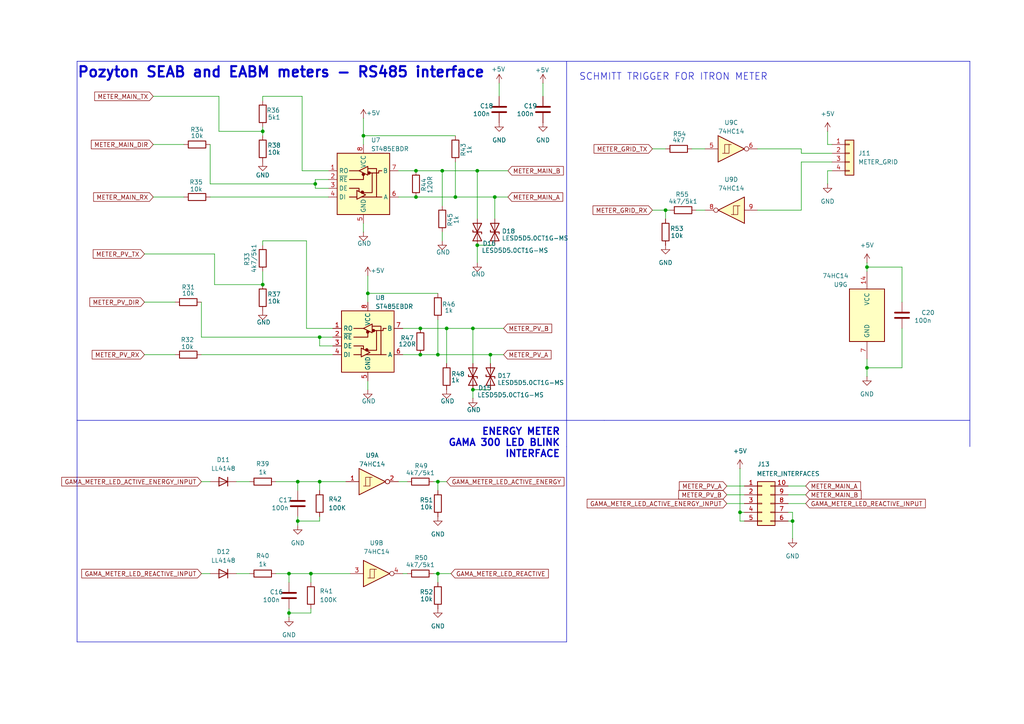
<source format=kicad_sch>
(kicad_sch (version 20231120) (generator "eeschema") (generator_version "8.0")
  (paper "A4")
  (lib_symbols
    (symbol "74xx:74HC14" (pin_names (offset 1.016))
      (property "Reference" "U" (at 0 1.27 0))
      (property "Value" "74HC14" (at 0 -1.27 0))
      (symbol "74HC14_1_0"
        (polyline (pts (xy -3.81 3.81) (xy -3.81 -3.81) (xy 3.81 0) (xy -3.81 3.81)) (stroke (width 0.254)) (fill (type background)))
        (pin input line (at -7.62 0 0) (length 3.81) (name "~") (number "1"))
        (pin output inverted (at 7.62 0 180) (length 3.81) (name "~") (number "2"))
      )
      (symbol "74HC14_1_1"
        (polyline (pts (xy -1.905 -1.27) (xy -1.905 1.27) (xy -0.635 1.27)))
        (polyline (pts (xy -2.54 -1.27) (xy -0.635 -1.27) (xy -0.635 1.27) (xy 0 1.27)))
      )
      (symbol "74HC14_2_0"
        (polyline (pts (xy -3.81 3.81) (xy -3.81 -3.81) (xy 3.81 0) (xy -3.81 3.81)) (stroke (width 0.254)) (fill (type background)))
        (pin input line (at -7.62 0 0) (length 3.81) (name "~") (number "3"))
        (pin output inverted (at 7.62 0 180) (length 3.81) (name "~") (number "4"))
      )
      (symbol "74HC14_2_1"
        (polyline (pts (xy -1.905 -1.27) (xy -1.905 1.27) (xy -0.635 1.27)))
        (polyline (pts (xy -2.54 -1.27) (xy -0.635 -1.27) (xy -0.635 1.27) (xy 0 1.27)))
      )
      (symbol "74HC14_3_0"
        (polyline (pts (xy -3.81 3.81) (xy -3.81 -3.81) (xy 3.81 0) (xy -3.81 3.81)) (stroke (width 0.254)) (fill (type background)))
        (pin input line (at -7.62 0 0) (length 3.81) (name "~") (number "5"))
        (pin output inverted (at 7.62 0 180) (length 3.81) (name "~") (number "6"))
      )
      (symbol "74HC14_3_1"
        (polyline (pts (xy -1.905 -1.27) (xy -1.905 1.27) (xy -0.635 1.27)))
        (polyline (pts (xy -2.54 -1.27) (xy -0.635 -1.27) (xy -0.635 1.27) (xy 0 1.27)))
      )
      (symbol "74HC14_4_0"
        (polyline (pts (xy -3.81 3.81) (xy -3.81 -3.81) (xy 3.81 0) (xy -3.81 3.81)) (stroke (width 0.254)) (fill (type background)))
        (pin output inverted (at 7.62 0 180) (length 3.81) (name "~") (number "8"))
        (pin input line (at -7.62 0 0) (length 3.81) (name "~") (number "9"))
      )
      (symbol "74HC14_4_1"
        (polyline (pts (xy -1.905 -1.27) (xy -1.905 1.27) (xy -0.635 1.27)))
        (polyline (pts (xy -2.54 -1.27) (xy -0.635 -1.27) (xy -0.635 1.27) (xy 0 1.27)))
      )
      (symbol "74HC14_5_0"
        (polyline (pts (xy -3.81 3.81) (xy -3.81 -3.81) (xy 3.81 0) (xy -3.81 3.81)) (stroke (width 0.254)) (fill (type background)))
        (pin output inverted (at 7.62 0 180) (length 3.81) (name "~") (number "10"))
        (pin input line (at -7.62 0 0) (length 3.81) (name "~") (number "11"))
      )
      (symbol "74HC14_5_1"
        (polyline (pts (xy -1.905 -1.27) (xy -1.905 1.27) (xy -0.635 1.27)))
        (polyline (pts (xy -2.54 -1.27) (xy -0.635 -1.27) (xy -0.635 1.27) (xy 0 1.27)))
      )
      (symbol "74HC14_6_0"
        (polyline (pts (xy -3.81 3.81) (xy -3.81 -3.81) (xy 3.81 0) (xy -3.81 3.81)) (stroke (width 0.254)) (fill (type background)))
        (pin output inverted (at 7.62 0 180) (length 3.81) (name "~") (number "12"))
        (pin input line (at -7.62 0 0) (length 3.81) (name "~") (number "13"))
      )
      (symbol "74HC14_6_1"
        (polyline (pts (xy -1.905 -1.27) (xy -1.905 1.27) (xy -0.635 1.27)))
        (polyline (pts (xy -2.54 -1.27) (xy -0.635 -1.27) (xy -0.635 1.27) (xy 0 1.27)))
      )
      (symbol "74HC14_7_0"
        (pin power_in line (at 0 12.7 270) (length 5.08) (name "VCC") (number "14"))
        (pin power_in line (at 0 -12.7 90) (length 5.08) (name "GND") (number "7"))
      )
      (symbol "74HC14_7_1"
        (rectangle (start -5.08 7.62) (end 5.08 -7.62) (stroke (width 0.254)) (fill (type background)))
      )
    )
    (symbol "Connector_Generic:Conn_01x04" (pin_names (offset 1.016) hide)
      (property "Reference" "J" (at 0 5.08 0))
      (property "Value" "Conn_01x04" (at 0 -7.62 0))
      (symbol "Conn_01x04_1_1"
        (rectangle (start -1.27 -4.953) (end 0 -5.207) (stroke (width 0.1524)))
        (rectangle (start -1.27 -2.413) (end 0 -2.667) (stroke (width 0.1524)))
        (rectangle (start -1.27 0.127) (end 0 -0.127) (stroke (width 0.1524)))
        (rectangle (start -1.27 2.667) (end 0 2.413) (stroke (width 0.1524)))
        (rectangle (start -1.27 3.81) (end 1.27 -6.35) (stroke (width 0.254)) (fill (type background)))
        (pin passive line (at -5.08 2.54 0) (length 3.81) (name "Pin_1") (number "1"))
        (pin passive line (at -5.08 0 0) (length 3.81) (name "Pin_2") (number "2"))
        (pin passive line (at -5.08 -2.54 0) (length 3.81) (name "Pin_3") (number "3"))
        (pin passive line (at -5.08 -5.08 0) (length 3.81) (name "Pin_4") (number "4"))
      )
    )
    (symbol "Connector_Generic:Conn_02x05_Counter_Clockwise" (pin_names (offset 1.016) hide)
      (property "Reference" "J" (at 1.27 7.62 0))
      (property "Value" "Conn_02x05_Counter_Clockwise" (at 1.27 -7.62 0))
      (symbol "Conn_02x05_Counter_Clockwise_1_1"
        (rectangle (start -1.27 -4.953) (end 0 -5.207) (stroke (width 0.1524)))
        (rectangle (start -1.27 -2.413) (end 0 -2.667) (stroke (width 0.1524)))
        (rectangle (start -1.27 0.127) (end 0 -0.127) (stroke (width 0.1524)))
        (rectangle (start -1.27 2.667) (end 0 2.413) (stroke (width 0.1524)))
        (rectangle (start -1.27 5.207) (end 0 4.953) (stroke (width 0.1524)))
        (rectangle (start -1.27 6.35) (end 3.81 -6.35) (stroke (width 0.254)) (fill (type background)))
        (rectangle (start 3.81 -4.953) (end 2.54 -5.207) (stroke (width 0.1524)))
        (rectangle (start 3.81 -2.413) (end 2.54 -2.667) (stroke (width 0.1524)))
        (rectangle (start 3.81 0.127) (end 2.54 -0.127) (stroke (width 0.1524)))
        (rectangle (start 3.81 2.667) (end 2.54 2.413) (stroke (width 0.1524)))
        (rectangle (start 3.81 5.207) (end 2.54 4.953) (stroke (width 0.1524)))
        (pin passive line (at -5.08 5.08 0) (length 3.81) (name "Pin_1") (number "1"))
        (pin passive line (at 7.62 5.08 180) (length 3.81) (name "Pin_10") (number "10"))
        (pin passive line (at -5.08 2.54 0) (length 3.81) (name "Pin_2") (number "2"))
        (pin passive line (at -5.08 0 0) (length 3.81) (name "Pin_3") (number "3"))
        (pin passive line (at -5.08 -2.54 0) (length 3.81) (name "Pin_4") (number "4"))
        (pin passive line (at -5.08 -5.08 0) (length 3.81) (name "Pin_5") (number "5"))
        (pin passive line (at 7.62 -5.08 180) (length 3.81) (name "Pin_6") (number "6"))
        (pin passive line (at 7.62 -2.54 180) (length 3.81) (name "Pin_7") (number "7"))
        (pin passive line (at 7.62 0 180) (length 3.81) (name "Pin_8") (number "8"))
        (pin passive line (at 7.62 2.54 180) (length 3.81) (name "Pin_9") (number "9"))
      )
    )
    (symbol "Device:C" (pin_numbers hide) (pin_names (offset 0.254))
      (property "Reference" "C" (at 0.635 2.54 0))
      (property "Value" "C" (at 0.635 -2.54 0))
      (symbol "C_0_1"
        (polyline (pts (xy -2.032 -0.762) (xy 2.032 -0.762)) (stroke (width 0.508)))
        (polyline (pts (xy -2.032 0.762) (xy 2.032 0.762)) (stroke (width 0.508)))
      )
      (symbol "C_1_1"
        (pin passive line (at 0 3.81 270) (length 2.794) (name "~") (number "1"))
        (pin passive line (at 0 -3.81 90) (length 2.794) (name "~") (number "2"))
      )
    )
    (symbol "Device:D_TVS" (pin_numbers hide) (pin_names (offset 1.016) hide)
      (property "Reference" "D" (at 0 2.54 0))
      (property "Value" "D_TVS" (at 0 -2.54 0))
      (symbol "D_TVS_0_1"
        (polyline (pts (xy 1.27 0) (xy -1.27 0)))
        (polyline (pts (xy 0.508 1.27) (xy 0 1.27) (xy 0 -1.27) (xy -0.508 -1.27)) (stroke (width 0.254)))
        (polyline (pts (xy -2.54 1.27) (xy -2.54 -1.27) (xy 2.54 1.27) (xy 2.54 -1.27) (xy -2.54 1.27)) (stroke (width 0.254)))
      )
      (symbol "D_TVS_1_1"
        (pin passive line (at -3.81 0 0) (length 2.54) (name "A1") (number "1"))
        (pin passive line (at 3.81 0 180) (length 2.54) (name "A2") (number "2"))
      )
    )
    (symbol "Device:R" (pin_numbers hide) (pin_names (offset 0))
      (property "Reference" "R" (at 2.032 0 90))
      (property "Value" "R" (at 0 0 90))
      (symbol "R_0_1"
        (rectangle (start -1.016 -2.54) (end 1.016 2.54) (stroke (width 0.254)))
      )
      (symbol "R_1_1"
        (pin passive line (at 0 3.81 270) (length 1.27) (name "~") (number "1"))
        (pin passive line (at 0 -3.81 90) (length 1.27) (name "~") (number "2"))
      )
    )
    (symbol "Diode:LL4148" (pin_numbers hide) (pin_names hide)
      (property "Reference" "D" (at 0 2.54 0))
      (property "Value" "LL4148" (at 0 -2.54 0))
      (symbol "LL4148_0_1"
        (polyline (pts (xy -1.27 1.27) (xy -1.27 -1.27)) (stroke (width 0.254)))
        (polyline (pts (xy 1.27 0) (xy -1.27 0)))
        (polyline (pts (xy 1.27 1.27) (xy 1.27 -1.27) (xy -1.27 0) (xy 1.27 1.27)) (stroke (width 0.254)))
      )
      (symbol "LL4148_1_1"
        (pin passive line (at -3.81 0 0) (length 2.54) (name "K") (number "1"))
        (pin passive line (at 3.81 0 180) (length 2.54) (name "A") (number "2"))
      )
    )
    (symbol "Interface_UART:ST485EBDR"
      (property "Reference" "U" (at -6.35 8.89 0))
      (property "Value" "ST485EBDR" (at 1.27 8.89 0))
      (symbol "ST485EBDR_0_1"
        (rectangle (start -7.62 7.62) (end 7.62 -10.16) (stroke (width 0.254)) (fill (type background)))
        (circle (center -0.3048 -3.683) (radius 0.3556) (stroke (width 0.254)) (fill (type outline)))
        (circle (center -0.0254 1.4986) (radius 0.3556) (stroke (width 0.254)) (fill (type outline)))
        (polyline (pts (xy -4.064 -5.08) (xy -1.905 -5.08)) (stroke (width 0.254)))
        (polyline (pts (xy -4.064 2.54) (xy -1.27 2.54)) (stroke (width 0.254)))
        (polyline (pts (xy -1.27 -3.2004) (xy -1.27 -3.4544)) (stroke (width 0.254)))
        (polyline (pts (xy -0.635 -5.08) (xy 5.334 -5.08)) (stroke (width 0.254)))
        (polyline (pts (xy -4.064 -2.54) (xy -1.27 -2.54) (xy -1.27 -3.175)) (stroke (width 0.254)))
        (polyline (pts (xy 0 1.27) (xy 0 0) (xy -4.064 0)) (stroke (width 0.254)))
        (polyline (pts (xy 1.27 3.175) (xy 3.81 3.175) (xy 3.81 -5.08)) (stroke (width 0.254)))
        (polyline (pts (xy 2.54 1.905) (xy 2.54 -3.81) (xy 0 -3.81)) (stroke (width 0.254)))
        (polyline (pts (xy -1.905 -3.175) (xy -1.905 -5.715) (xy 0.635 -4.445) (xy -1.905 -3.175)) (stroke (width 0.254)))
        (polyline (pts (xy -1.27 2.54) (xy 1.27 3.81) (xy 1.27 1.27) (xy -1.27 2.54)) (stroke (width 0.254)))
        (polyline (pts (xy 1.905 1.905) (xy 4.445 1.905) (xy 4.445 2.54) (xy 5.334 2.54)) (stroke (width 0.254)))
        (rectangle (start 1.27 3.175) (end 1.27 3.175))
        (circle (center 1.651 1.905) (radius 0.3556) (stroke (width 0.254)) (fill (type outline)))
      )
      (symbol "ST485EBDR_1_1"
        (pin output line (at -10.16 2.54 0) (length 2.54) (name "RO") (number "1"))
        (pin input line (at -10.16 0 0) (length 2.54) (name "~{RE}") (number "2"))
        (pin input line (at -10.16 -2.54 0) (length 2.54) (name "DE") (number "3"))
        (pin input line (at -10.16 -5.08 0) (length 2.54) (name "DI") (number "4"))
        (pin power_in line (at 0 -12.7 90) (length 2.54) (name "GND") (number "5"))
        (pin bidirectional line (at 10.16 -5.08 180) (length 2.54) (name "A") (number "6"))
        (pin bidirectional line (at 10.16 2.54 180) (length 2.54) (name "B") (number "7"))
        (pin power_in line (at 0 10.16 270) (length 2.54) (name "VCC") (number "8"))
      )
    )
    (symbol "power:+5V" (power) (pin_numbers hide) (pin_names (offset 0) hide)
      (property "Value" "+5V" (at 0 3.556 0))
      (symbol "+5V_0_1"
        (polyline (pts (xy -0.762 1.27) (xy 0 2.54)))
        (polyline (pts (xy 0 0) (xy 0 2.54)))
        (polyline (pts (xy 0 2.54) (xy 0.762 1.27)))
      )
      (symbol "+5V_1_1"
        (pin power_in line (at 0 0 90) (length 0) (name "~") (number "1"))
      )
    )
    (symbol "power:GND" (power) (pin_numbers hide) (pin_names (offset 0) hide)
      (property "Value" "GND" (at 0 -3.81 0))
      (symbol "GND_0_1"
        (polyline (pts (xy 0 0) (xy 0 -1.27) (xy 1.27 -1.27) (xy 0 -2.54) (xy -1.27 -1.27) (xy 0 -1.27)))
      )
      (symbol "GND_1_1"
        (pin power_in line (at 0 0 270) (length 0) (name "~") (number "1"))
      )
    )
  )
  (junction (at 129.54 95.25))
  (junction (at 132.08 57.15))
  (junction (at 251.46 106.68))
  (junction (at 91.44 53.34))
  (junction (at 121.92 95.25))
  (junction (at 138.43 49.53))
  (junction (at 76.2 38.1))
  (junction (at 214.63 148.59))
  (junction (at 128.27 49.53))
  (junction (at 92.71 139.7))
  (junction (at 86.36 139.7))
  (junction (at 83.82 177.8))
  (junction (at 90.17 166.37))
  (junction (at 92.71 97.79))
  (junction (at 229.87 151.13))
  (junction (at 120.65 49.53))
  (junction (at 142.24 102.87))
  (junction (at 86.36 151.13))
  (junction (at 127 139.7))
  (junction (at 121.92 102.87))
  (junction (at 106.68 85.09))
  (junction (at 138.43 71.12))
  (junction (at 76.2 82.55))
  (junction (at 251.46 77.47))
  (junction (at 137.16 95.25))
  (junction (at 137.16 113.03))
  (junction (at 127 102.87))
  (junction (at 120.65 57.15))
  (junction (at 143.51 57.15))
  (junction (at 105.41 39.37))
  (junction (at 127 166.37))
  (junction (at 193.04 60.96))
  (junction (at 83.82 166.37))
  (wire (pts (xy 142.24 102.87) (xy 146.05 102.87)))
  (wire (pts (xy 240.03 41.91) (xy 240.03 38.1)))
  (wire (pts (xy 76.2 36.83) (xy 76.2 38.1)))
  (wire (pts (xy 232.41 43.18) (xy 219.71 43.18)))
  (wire (pts (xy 128.27 49.53) (xy 138.43 49.53)))
  (wire (pts (xy 125.73 166.37) (xy 127 166.37)))
  (wire (pts (xy 44.45 41.91) (xy 53.34 41.91)))
  (wire (pts (xy 115.57 139.7) (xy 118.11 139.7)))
  (wire (pts (xy 90.17 176.53) (xy 90.17 177.8)))
  (wire (pts (xy 41.91 73.66) (xy 62.23 73.66)))
  (wire (pts (xy 116.84 166.37) (xy 118.11 166.37)))
  (wire (pts (xy 241.3 41.91) (xy 240.03 41.91)))
  (wire (pts (xy 92.71 149.86) (xy 92.71 151.13)))
  (wire (pts (xy 201.93 60.96) (xy 204.47 60.96)))
  (wire (pts (xy 215.9 143.51) (xy 210.82 143.51)))
  (wire (pts (xy 137.16 113.03) (xy 137.16 115.57)))
  (wire (pts (xy 76.2 69.85) (xy 88.9 69.85)))
  (wire (pts (xy 137.16 95.25) (xy 146.05 95.25)))
  (wire (pts (xy 116.84 102.87) (xy 121.92 102.87)))
  (wire (pts (xy 200.66 43.18) (xy 204.47 43.18)))
  (wire (pts (xy 143.51 57.15) (xy 143.51 63.5)))
  (wire (pts (xy 58.42 166.37) (xy 60.96 166.37)))
  (wire (pts (xy 105.41 39.37) (xy 105.41 41.91)))
  (wire (pts (xy 121.92 95.25) (xy 116.84 95.25)))
  (wire (pts (xy 68.58 139.7) (xy 72.39 139.7)))
  (polyline (pts (xy 281.305 129.54) (xy 281.305 17.78)))
  (wire (pts (xy 83.82 166.37) (xy 90.17 166.37)))
  (wire (pts (xy 232.41 60.96) (xy 219.71 60.96)))
  (wire (pts (xy 251.46 106.68) (xy 251.46 104.14)))
  (wire (pts (xy 92.71 139.7) (xy 92.71 142.24)))
  (wire (pts (xy 115.57 57.15) (xy 120.65 57.15)))
  (wire (pts (xy 86.36 151.13) (xy 86.36 152.4)))
  (wire (pts (xy 83.82 177.8) (xy 83.82 179.07)))
  (wire (pts (xy 76.2 27.94) (xy 76.2 29.21)))
  (wire (pts (xy 137.16 95.25) (xy 137.16 105.41)))
  (wire (pts (xy 41.91 102.87) (xy 50.8 102.87)))
  (wire (pts (xy 91.44 54.61) (xy 95.25 54.61)))
  (wire (pts (xy 58.42 139.7) (xy 60.96 139.7)))
  (wire (pts (xy 128.27 49.53) (xy 128.27 59.69)))
  (wire (pts (xy 92.71 97.79) (xy 96.52 97.79)))
  (wire (pts (xy 90.17 177.8) (xy 83.82 177.8)))
  (polyline (pts (xy 175.26 17.78) (xy 22.352 17.78)))
  (wire (pts (xy 129.54 95.25) (xy 129.54 105.41)))
  (wire (pts (xy 127 166.37) (xy 127 168.91)))
  (wire (pts (xy 60.96 53.34) (xy 91.44 53.34)))
  (wire (pts (xy 157.48 24.13) (xy 157.48 27.94)))
  (wire (pts (xy 60.96 41.91) (xy 60.96 53.34)))
  (wire (pts (xy 143.51 57.15) (xy 147.32 57.15)))
  (wire (pts (xy 91.44 54.61) (xy 91.44 53.34)))
  (wire (pts (xy 251.46 77.47) (xy 261.62 77.47)))
  (wire (pts (xy 44.45 27.94) (xy 63.5 27.94)))
  (wire (pts (xy 88.9 95.25) (xy 96.52 95.25)))
  (wire (pts (xy 127 92.71) (xy 127 102.87)))
  (wire (pts (xy 233.68 143.51) (xy 228.6 143.51)))
  (wire (pts (xy 68.58 166.37) (xy 72.39 166.37)))
  (wire (pts (xy 60.96 57.15) (xy 95.25 57.15)))
  (wire (pts (xy 87.63 27.94) (xy 76.2 27.94)))
  (wire (pts (xy 92.71 100.33) (xy 96.52 100.33)))
  (wire (pts (xy 240.03 49.53) (xy 241.3 49.53)))
  (wire (pts (xy 63.5 38.1) (xy 63.5 27.94)))
  (wire (pts (xy 92.71 139.7) (xy 100.33 139.7)))
  (polyline (pts (xy 281.305 17.78) (xy 281.305 17.78)))
  (wire (pts (xy 76.2 38.1) (xy 76.2 39.37)))
  (wire (pts (xy 138.43 76.2) (xy 138.43 71.12)))
  (wire (pts (xy 142.24 102.87) (xy 142.24 105.41)))
  (wire (pts (xy 127 139.7) (xy 129.54 139.7)))
  (wire (pts (xy 261.62 95.25) (xy 261.62 106.68)))
  (wire (pts (xy 189.23 43.18) (xy 193.04 43.18)))
  (wire (pts (xy 41.91 87.63) (xy 50.8 87.63)))
  (wire (pts (xy 91.44 53.34) (xy 91.44 52.07)))
  (wire (pts (xy 76.2 71.12) (xy 76.2 69.85)))
  (wire (pts (xy 214.63 148.59) (xy 214.63 151.13)))
  (wire (pts (xy 128.27 69.85) (xy 128.27 67.31)))
  (wire (pts (xy 144.78 24.13) (xy 144.78 27.94)))
  (wire (pts (xy 120.65 57.15) (xy 132.08 57.15)))
  (wire (pts (xy 232.41 46.99) (xy 232.41 60.96)))
  (wire (pts (xy 76.2 78.74) (xy 76.2 82.55)))
  (wire (pts (xy 83.82 166.37) (xy 83.82 168.91)))
  (wire (pts (xy 127 166.37) (xy 130.81 166.37)))
  (wire (pts (xy 88.9 69.85) (xy 88.9 95.25)))
  (wire (pts (xy 214.63 151.13) (xy 215.9 151.13)))
  (wire (pts (xy 241.3 46.99) (xy 232.41 46.99)))
  (wire (pts (xy 137.16 113.03) (xy 142.24 113.03)))
  (polyline (pts (xy 175.26 17.78) (xy 281.305 17.78)))
  (wire (pts (xy 193.04 60.96) (xy 193.04 63.5)))
  (wire (pts (xy 193.04 60.96) (xy 194.31 60.96)))
  (wire (pts (xy 127 139.7) (xy 127 142.24)))
  (wire (pts (xy 105.41 39.37) (xy 132.08 39.37)))
  (wire (pts (xy 87.63 49.53) (xy 87.63 27.94)))
  (wire (pts (xy 95.25 49.53) (xy 87.63 49.53)))
  (wire (pts (xy 129.54 95.25) (xy 137.16 95.25)))
  (wire (pts (xy 251.46 109.22) (xy 251.46 106.68)))
  (wire (pts (xy 76.2 38.1) (xy 63.5 38.1)))
  (wire (pts (xy 92.71 97.79) (xy 92.71 100.33)))
  (wire (pts (xy 83.82 176.53) (xy 83.82 177.8)))
  (wire (pts (xy 229.87 148.59) (xy 228.6 148.59)))
  (wire (pts (xy 261.62 77.47) (xy 261.62 87.63)))
  (polyline (pts (xy 164.338 17.78) (xy 164.338 129.54)))
  (wire (pts (xy 240.03 53.34) (xy 240.03 49.53)))
  (wire (pts (xy 44.45 57.15) (xy 53.34 57.15)))
  (wire (pts (xy 86.36 149.86) (xy 86.36 151.13)))
  (wire (pts (xy 138.43 49.53) (xy 138.43 63.5)))
  (wire (pts (xy 92.71 151.13) (xy 86.36 151.13)))
  (wire (pts (xy 251.46 77.47) (xy 251.46 78.74)))
  (wire (pts (xy 214.63 148.59) (xy 215.9 148.59)))
  (wire (pts (xy 215.9 140.97) (xy 210.82 140.97)))
  (wire (pts (xy 233.68 140.97) (xy 228.6 140.97)))
  (polyline (pts (xy 175.26 121.92) (xy 281.305 121.92)))
  (wire (pts (xy 62.23 73.66) (xy 62.23 82.55)))
  (wire (pts (xy 251.46 106.68) (xy 261.62 106.68)))
  (wire (pts (xy 58.42 97.79) (xy 92.71 97.79)))
  (wire (pts (xy 120.65 49.53) (xy 115.57 49.53)))
  (wire (pts (xy 105.41 34.29) (xy 105.41 39.37)))
  (wire (pts (xy 138.43 49.53) (xy 147.32 49.53)))
  (polyline (pts (xy 22.352 17.78) (xy 22.352 121.92)))
  (wire (pts (xy 106.68 110.49) (xy 106.68 113.03)))
  (wire (pts (xy 106.68 85.09) (xy 106.68 87.63)))
  (wire (pts (xy 90.17 166.37) (xy 90.17 168.91)))
  (wire (pts (xy 58.42 97.79) (xy 58.42 87.63)))
  (polyline (pts (xy 22.352 121.92) (xy 22.352 186.182)))
  (polyline (pts (xy 22.352 186.182) (xy 164.338 186.182)))
  (wire (pts (xy 251.46 76.2) (xy 251.46 77.47)))
  (wire (pts (xy 106.68 80.01) (xy 106.68 85.09)))
  (wire (pts (xy 62.23 82.55) (xy 76.2 82.55)))
  (wire (pts (xy 58.42 102.87) (xy 96.52 102.87)))
  (wire (pts (xy 229.87 151.13) (xy 229.87 156.21)))
  (wire (pts (xy 125.73 139.7) (xy 127 139.7)))
  (wire (pts (xy 120.65 49.53) (xy 128.27 49.53)))
  (wire (pts (xy 228.6 151.13) (xy 229.87 151.13)))
  (wire (pts (xy 86.36 139.7) (xy 86.36 142.24)))
  (wire (pts (xy 80.01 139.7) (xy 86.36 139.7)))
  (wire (pts (xy 138.43 71.12) (xy 143.51 71.12)))
  (wire (pts (xy 121.92 95.25) (xy 129.54 95.25)))
  (wire (pts (xy 106.68 85.09) (xy 127 85.09)))
  (polyline (pts (xy 22.352 121.92) (xy 175.26 121.92)))
  (wire (pts (xy 214.63 135.89) (xy 214.63 148.59)))
  (wire (pts (xy 210.82 146.05) (xy 215.9 146.05)))
  (wire (pts (xy 233.68 146.05) (xy 228.6 146.05)))
  (wire (pts (xy 132.08 57.15) (xy 143.51 57.15)))
  (wire (pts (xy 189.23 60.96) (xy 193.04 60.96)))
  (wire (pts (xy 229.87 148.59) (xy 229.87 151.13)))
  (wire (pts (xy 105.41 64.77) (xy 105.41 67.31)))
  (wire (pts (xy 80.01 166.37) (xy 83.82 166.37)))
  (wire (pts (xy 90.17 166.37) (xy 101.6 166.37)))
  (polyline (pts (xy 164.338 186.182) (xy 164.338 129.54)))
  (wire (pts (xy 86.36 139.7) (xy 92.71 139.7)))
  (wire (pts (xy 127 102.87) (xy 142.24 102.87)))
  (wire (pts (xy 121.92 102.87) (xy 127 102.87)))
  (wire (pts (xy 132.08 46.99) (xy 132.08 57.15)))
  (wire (pts (xy 232.41 44.45) (xy 232.41 43.18)))
  (wire (pts (xy 241.3 44.45) (xy 232.41 44.45)))
  (wire (pts (xy 91.44 52.07) (xy 95.25 52.07)))
  (text "Pozyton SEAB and EABM meters - RS485 interface" (at 81.534 21.082 0) (effects (font (size 3 3) (bold yes))))
  (text "ENERGY METER\nGAMA 300 LED BLINK\nINTERFACE" (at 162.56 128.524 0) (effects (font (size 2 2) (thickness 0.4) (bold yes)) (justify right)))
  (text "SCHMITT TRIGGER FOR ITRON METER" (at 195.326 22.352 0) (effects (font (size 2 2))))
  (global_label "METER_MAIN_B" (shape input) (at 233.68 143.51 0) (property "Intersheetrefs" "${INTERSHEET_REFS}" (effects (hide yes))))
  (global_label "METER_PV_A" (shape input) (at 210.82 140.97 180) (property "Intersheetrefs" "${INTERSHEET_REFS}" (effects (hide yes))))
  (global_label "METER_GRID_RX" (shape input) (at 189.23 60.96 180) (property "Intersheetrefs" "${INTERSHEET_REFS}" (effects (hide yes))))
  (global_label "METER_MAIN_TX" (shape input) (at 44.45 27.94 180) (property "Intersheetrefs" "${INTERSHEET_REFS}" (effects (hide yes))))
  (global_label "GAMA_METER_LED_ACTIVE_ENERGY_INPUT" (shape input) (at 210.82 146.05 180) (property "Intersheetrefs" "${INTERSHEET_REFS}" (effects (hide yes))))
  (global_label "METER_PV_A" (shape input) (at 146.05 102.87 0) (property "Intersheetrefs" "${INTERSHEET_REFS}" (effects (hide yes))))
  (global_label "METER_MAIN_A" (shape input) (at 147.32 57.15 0) (property "Intersheetrefs" "${INTERSHEET_REFS}" (effects (hide yes))))
  (global_label "METER_PV_B" (shape input) (at 146.05 95.25 0) (property "Intersheetrefs" "${INTERSHEET_REFS}" (effects (hide yes))))
  (global_label "GAMA_METER_LED_REACTIVE_INPUT" (shape input) (at 233.68 146.05 0) (property "Intersheetrefs" "${INTERSHEET_REFS}" (effects (hide yes))))
  (global_label "METER_PV_DIR" (shape input) (at 41.91 87.63 180) (property "Intersheetrefs" "${INTERSHEET_REFS}" (effects (hide yes))))
  (global_label "METER_MAIN_DIR" (shape input) (at 44.45 41.91 180) (property "Intersheetrefs" "${INTERSHEET_REFS}" (effects (hide yes))))
  (global_label "METER_MAIN_B" (shape input) (at 147.32 49.53 0) (property "Intersheetrefs" "${INTERSHEET_REFS}" (effects (hide yes))))
  (global_label "GAMA_METER_LED_REACTIVE_INPUT" (shape input) (at 58.42 166.37 180) (property "Intersheetrefs" "${INTERSHEET_REFS}" (effects (hide yes))))
  (global_label "METER_PV_B" (shape input) (at 210.82 143.51 180) (property "Intersheetrefs" "${INTERSHEET_REFS}" (effects (hide yes))))
  (global_label "METER_MAIN_RX" (shape input) (at 44.45 57.15 180) (property "Intersheetrefs" "${INTERSHEET_REFS}" (effects (hide yes))))
  (global_label "GAMA_METER_LED_REACTIVE" (shape input) (at 130.81 166.37 0) (property "Intersheetrefs" "${INTERSHEET_REFS}" (effects (hide yes))))
  (global_label "METER_PV_RX" (shape input) (at 41.91 102.87 180) (property "Intersheetrefs" "${INTERSHEET_REFS}" (effects (hide yes))))
  (global_label "GAMA_METER_LED_ACTIVE_ENERGY" (shape input) (at 129.54 139.7 0) (property "Intersheetrefs" "${INTERSHEET_REFS}" (effects (hide yes))))
  (global_label "METER_GRID_TX" (shape input) (at 189.23 43.18 180) (property "Intersheetrefs" "${INTERSHEET_REFS}" (effects (hide yes))))
  (global_label "METER_PV_TX" (shape input) (at 41.91 73.66 180) (property "Intersheetrefs" "${INTERSHEET_REFS}" (effects (hide yes))))
  (global_label "METER_MAIN_A" (shape input) (at 233.68 140.97 0) (property "Intersheetrefs" "${INTERSHEET_REFS}" (effects (hide yes))))
  (global_label "GAMA_METER_LED_ACTIVE_ENERGY_INPUT" (shape input) (at 58.42 139.7 180) (property "Intersheetrefs" "${INTERSHEET_REFS}" (effects (hide yes))))
  (symbol (lib_id "Device:R") (at 128.27 63.5 180) (unit 1)
    (property "Reference" "R45" (at 130.556 63.754 90))
    (property "Value" "1k" (at 132.334 63.754 90))
    (property "Footprint" "Resistor_SMD:R_0805_2012Metric_Pad1.20x1.40mm_HandSolder" (effects (hide yes)))
    (property "Description" "Resistor" (effects (hide yes)))
  )
  (symbol (lib_id "power:GND") (at 76.2 90.17 0) (unit 1)
    (property "Reference" "#PWR057" (effects (hide yes)))
    (property "Value" "GND" (at 76.454 93.472 0))
    (property "Description" "Power symbol creates a global label with name \"GND\" , ground" (effects (hide yes)))
  )
  (symbol (lib_id "power:GND") (at 106.68 113.03 0) (unit 1)
    (property "Reference" "#PWR068" (effects (hide yes)))
    (property "Value" "GND" (at 106.934 116.332 0))
    (property "Description" "Power symbol creates a global label with name \"GND\" , ground" (effects (hide yes)))
  )
  (symbol (lib_id "Device:R") (at 121.92 99.06 180) (unit 1)
    (property "Reference" "R47" (at 118.11 98.044 0))
    (property "Value" "120R" (at 118.11 99.822 0))
    (property "Footprint" "Resistor_SMD:R_0805_2012Metric_Pad1.20x1.40mm_HandSolder" (effects (hide yes)))
    (property "Description" "Resistor" (effects (hide yes)))
  )
  (symbol (lib_id "Device:R") (at 54.61 102.87 90) (unit 1)
    (property "Reference" "R32" (at 54.356 98.552 90))
    (property "Value" "10k" (at 54.356 100.584 90))
    (property "Footprint" "Resistor_SMD:R_0805_2012Metric_Pad1.20x1.40mm_HandSolder" (effects (hide yes)))
    (property "Description" "Resistor" (effects (hide yes)))
  )
  (symbol (lib_id "power:+5V") (at 144.78 24.13 0) (unit 1)
    (property "Reference" "#PWR075" (effects (hide yes)))
    (property "Value" "+5V" (at 144.526 20.066 0))
    (property "Description" "Power symbol creates a global label with name \"+5V\"" (effects (hide yes)))
  )
  (symbol (lib_id "Device:C") (at 86.36 146.05 0) (unit 1)
    (property "Reference" "C17" (at 80.772 145.034 0) (effects (justify left)))
    (property "Value" "100n" (at 78.74 147.32 0) (effects (justify left)))
    (property "Footprint" "Capacitor_SMD:C_0805_2012Metric_Pad1.18x1.45mm_HandSolder" (effects (hide yes)))
    (property "Description" "Unpolarized capacitor" (effects (hide yes)))
  )
  (symbol (lib_id "Device:R") (at 76.2 74.93 180) (unit 1)
    (property "Reference" "R33" (at 71.628 75.184 90))
    (property "Value" "4k7/5k1" (at 73.66 74.93 90))
    (property "Footprint" "Resistor_SMD:R_0805_2012Metric_Pad1.20x1.40mm_HandSolder" (effects (hide yes)))
    (property "Description" "Resistor" (effects (hide yes)))
  )
  (symbol (lib_id "power:GND") (at 76.2 46.99 0) (unit 1)
    (property "Reference" "#PWR062" (effects (hide yes)))
    (property "Value" "GND" (at 76.2 50.8 0))
    (property "Description" "Power symbol creates a global label with name \"GND\" , ground" (effects (hide yes)))
  )
  (symbol (lib_id "Device:R") (at 129.54 109.22 180) (unit 1)
    (property "Reference" "R48" (at 132.842 108.458 0))
    (property "Value" "1k" (at 132.08 110.236 0))
    (property "Footprint" "Resistor_SMD:R_0805_2012Metric_Pad1.20x1.40mm_HandSolder" (effects (hide yes)))
    (property "Description" "Resistor" (effects (hide yes)))
  )
  (symbol (lib_id "Device:R") (at 76.2 139.7 90) (unit 1)
    (property "Reference" "R39" (at 76.2 134.5395 90))
    (property "Value" "1k" (at 76.2 136.9638 90))
    (property "Footprint" "Resistor_SMD:R_0805_2012Metric_Pad1.20x1.40mm_HandSolder" (effects (hide yes)))
    (property "Description" "Resistor" (effects (hide yes)))
  )
  (symbol (lib_id "Device:R") (at 121.92 166.37 270) (mirror x) (unit 1)
    (property "Reference" "R50" (at 122.174 161.798 90))
    (property "Value" "4k7/5k1" (at 121.92 163.83 90))
    (property "Footprint" "Resistor_SMD:R_0805_2012Metric_Pad1.20x1.40mm_HandSolder" (effects (hide yes)))
    (property "Description" "Resistor" (effects (hide yes)))
  )
  (symbol (lib_id "Device:C") (at 261.62 91.44 0) (unit 1)
    (property "Reference" "C20" (at 267.208 90.678 0) (effects (justify left)))
    (property "Value" "100n" (at 265.176 92.964 0) (effects (justify left)))
    (property "Footprint" "Capacitor_SMD:C_0805_2012Metric_Pad1.18x1.45mm_HandSolder" (effects (hide yes)))
    (property "Description" "Unpolarized capacitor" (effects (hide yes)))
  )
  (symbol (lib_id "power:GND") (at 229.87 156.21 0) (unit 1)
    (property "Reference" "#PWR088" (effects (hide yes)))
    (property "Value" "GND" (at 229.87 161.29 0))
    (property "Description" "Power symbol creates a global label with name \"GND\" , ground" (effects (hide yes)))
  )
  (symbol (lib_id "Device:R") (at 127 172.72 0) (mirror x) (unit 1)
    (property "Reference" "R52" (at 123.698 171.704 0))
    (property "Value" "10k" (at 123.698 173.736 0))
    (property "Footprint" "Resistor_SMD:R_0805_2012Metric_Pad1.20x1.40mm_HandSolder" (effects (hide yes)))
    (property "Description" "Resistor" (effects (hide yes)))
  )
  (symbol (lib_id "power:GND") (at 105.41 67.31 0) (unit 1)
    (property "Reference" "#PWR066" (effects (hide yes)))
    (property "Value" "GND" (at 105.664 70.612 0))
    (property "Description" "Power symbol creates a global label with name \"GND\" , ground" (effects (hide yes)))
  )
  (symbol (lib_id "power:GND") (at 251.46 109.22 0) (unit 1)
    (property "Reference" "#PWR087" (effects (hide yes)))
    (property "Value" "GND" (at 251.46 114.3 0))
    (property "Description" "Power symbol creates a global label with name \"GND\" , ground" (effects (hide yes)))
  )
  (symbol (lib_id "Device:D_TVS") (at 143.51 67.31 90) (unit 1)
    (property "Reference" "D18" (at 145.542 67.056 90) (effects (justify right)))
    (property "Value" "LESD5D5.0CT1G-MS" (at 145.542 69.088 90) (effects (justify right)))
    (property "Footprint" "Diode_SMD:D_SOD-523" (effects (hide yes)))
    (property "Description" "Bidirectional transient-voltage-suppression diode" (effects (hide yes)))
  )
  (symbol (lib_id "power:GND") (at 86.36 152.4 0) (unit 1)
    (property "Reference" "#PWR064" (effects (hide yes)))
    (property "Value" "GND" (at 86.36 157.48 0))
    (property "Description" "Power symbol creates a global label with name \"GND\" , ground" (effects (hide yes)))
  )
  (symbol (lib_id "Device:R") (at 57.15 57.15 90) (unit 1)
    (property "Reference" "R35" (at 56.896 52.832 90))
    (property "Value" "10k" (at 56.896 54.864 90))
    (property "Footprint" "Resistor_SMD:R_0805_2012Metric_Pad1.20x1.40mm_HandSolder" (effects (hide yes)))
    (property "Description" "Resistor" (effects (hide yes)))
  )
  (symbol (lib_id "Device:R") (at 121.92 139.7 270) (mirror x) (unit 1)
    (property "Reference" "R49" (at 122.174 135.128 90))
    (property "Value" "4k7/5k1" (at 121.92 137.16 90))
    (property "Footprint" "Resistor_SMD:R_0805_2012Metric_Pad1.20x1.40mm_HandSolder" (effects (hide yes)))
    (property "Description" "Resistor" (effects (hide yes)))
  )
  (symbol (lib_id "74xx:74HC14") (at 109.22 166.37 0) (unit 2)
    (property "Reference" "U9" (at 109.22 157.48 0))
    (property "Value" "74HC14" (at 109.22 160.02 0))
    (property "Footprint" "Package_SO:SOIC-14_3.9x8.7mm_P1.27mm" (effects (hide yes)))
    (property "Datasheet" "http://www.ti.com/lit/gpn/sn74HC14" (effects (hide yes)))
    (property "Description" "Hex inverter schmitt trigger" (effects (hide yes)))
  )
  (symbol (lib_id "power:GND") (at 127 176.53 0) (mirror y) (unit 1)
    (property "Reference" "#PWR072" (effects (hide yes)))
    (property "Value" "GND" (at 127 181.61 0))
    (property "Description" "Power symbol creates a global label with name \"GND\" , ground" (effects (hide yes)))
  )
  (symbol (lib_id "power:GND") (at 193.04 71.12 0) (unit 1)
    (property "Reference" "#PWR079" (effects (hide yes)))
    (property "Value" "GND" (at 193.04 76.2 0))
    (property "Description" "Power symbol creates a global label with name \"GND\" , ground" (effects (hide yes)))
  )
  (symbol (lib_id "Device:R") (at 127 146.05 0) (mirror x) (unit 1)
    (property "Reference" "R51" (at 123.698 145.034 0))
    (property "Value" "10k" (at 123.698 147.066 0))
    (property "Footprint" "Resistor_SMD:R_0805_2012Metric_Pad1.20x1.40mm_HandSolder" (effects (hide yes)))
    (property "Description" "Resistor" (effects (hide yes)))
  )
  (symbol (lib_id "Device:R") (at 127 88.9 180) (unit 1)
    (property "Reference" "R46" (at 130.175 88.265 0))
    (property "Value" "1k" (at 130.175 90.043 0))
    (property "Footprint" "Resistor_SMD:R_0805_2012Metric_Pad1.20x1.40mm_HandSolder" (effects (hide yes)))
    (property "Description" "Resistor" (effects (hide yes)))
  )
  (symbol (lib_id "Device:R") (at 76.2 86.36 180) (unit 1)
    (property "Reference" "R37" (at 79.502 85.344 0))
    (property "Value" "10k" (at 79.502 87.376 0))
    (property "Footprint" "Resistor_SMD:R_0805_2012Metric_Pad1.20x1.40mm_HandSolder" (effects (hide yes)))
    (property "Description" "Resistor" (effects (hide yes)))
  )
  (symbol (lib_id "Device:C") (at 157.48 31.75 0) (unit 1)
    (property "Reference" "C19" (at 151.892 30.734 0) (effects (justify left)))
    (property "Value" "100n" (at 149.86 33.02 0) (effects (justify left)))
    (property "Footprint" "Capacitor_SMD:C_0805_2012Metric_Pad1.18x1.45mm_HandSolder" (effects (hide yes)))
    (property "Description" "Unpolarized capacitor" (effects (hide yes)))
  )
  (symbol (lib_id "Device:R") (at 76.2 43.18 180) (unit 1)
    (property "Reference" "R38" (at 79.502 42.164 0))
    (property "Value" "10k" (at 79.502 44.196 0))
    (property "Footprint" "Resistor_SMD:R_0805_2012Metric_Pad1.20x1.40mm_HandSolder" (effects (hide yes)))
    (property "Description" "Resistor" (effects (hide yes)))
  )
  (symbol (lib_id "power:GND") (at 144.78 35.56 0) (unit 1)
    (property "Reference" "#PWR076" (effects (hide yes)))
    (property "Value" "GND" (at 144.78 40.64 0))
    (property "Description" "Power symbol creates a global label with name \"GND\" , ground" (effects (hide yes)))
  )
  (symbol (lib_id "power:+5V") (at 157.48 24.13 0) (unit 1)
    (property "Reference" "#PWR077" (effects (hide yes)))
    (property "Value" "+5V" (at 157.226 20.32 0))
    (property "Description" "Power symbol creates a global label with name \"+5V\"" (effects (hide yes)))
  )
  (symbol (lib_id "power:+5V") (at 106.68 80.01 0) (unit 1)
    (property "Reference" "#PWR067" (effects (hide yes)))
    (property "Value" "+5V" (at 109.474 78.486 0))
    (property "Description" "Power symbol creates a global label with name \"+5V\"" (effects (hide yes)))
  )
  (symbol (lib_id "power:+5V") (at 251.46 76.2 0) (unit 1)
    (property "Reference" "#PWR086" (effects (hide yes)))
    (property "Value" "+5V" (at 251.46 71.12 0))
    (property "Description" "Power symbol creates a global label with name \"+5V\"" (effects (hide yes)))
  )
  (symbol (lib_id "power:+5V") (at 105.41 34.29 0) (unit 1)
    (property "Reference" "#PWR065" (effects (hide yes)))
    (property "Value" "+5V" (at 108.204 32.766 0))
    (property "Description" "Power symbol creates a global label with name \"+5V\"" (effects (hide yes)))
  )
  (symbol (lib_id "74xx:74HC14") (at 212.09 43.18 0) (unit 3)
    (property "Reference" "U9" (at 212.09 35.56 0))
    (property "Value" "74HC14" (at 212.09 38.1 0))
    (property "Footprint" "Package_SO:SOIC-14_3.9x8.7mm_P1.27mm" (effects (hide yes)))
    (property "Datasheet" "http://www.ti.com/lit/gpn/sn74HC14" (effects (hide yes)))
    (property "Description" "Hex inverter schmitt trigger" (effects (hide yes)))
  )
  (symbol (lib_id "Device:R") (at 76.2 166.37 90) (unit 1)
    (property "Reference" "R40" (at 76.2 161.2095 90))
    (property "Value" "1k" (at 76.2 163.6338 90))
    (property "Footprint" "Resistor_SMD:R_0805_2012Metric_Pad1.20x1.40mm_HandSolder" (effects (hide yes)))
    (property "Description" "Resistor" (effects (hide yes)))
  )
  (symbol (lib_id "Connector_Generic:Conn_02x05_Counter_Clockwise") (at 220.98 146.05 0) (unit 1)
    (property "Reference" "J13" (at 221.488 134.62 0))
    (property "Value" "METER_INTERFACES" (at 228.6 137.414 0))
    (property "Footprint" "My-Footprints-connectors:CDDC-1,5-5-PV-3,5" (effects (hide yes)))
    (property "Description" "Generic connector, double row, 02x05, counter clockwise pin numbering scheme (similar to DIP package numbering), script generated (kicad-library-utils/schlib/autogen/connector/)" (effects (hide yes)))
  )
  (symbol (lib_id "power:+5V") (at 214.63 135.89 0) (unit 1)
    (property "Reference" "#PWR082" (effects (hide yes)))
    (property "Value" "+5V" (at 214.63 130.81 0))
    (property "Description" "Power symbol creates a global label with name \"+5V\"" (effects (hide yes)))
  )
  (symbol (lib_id "power:GND") (at 128.27 69.85 0) (unit 1)
    (property "Reference" "#PWR069" (effects (hide yes)))
    (property "Value" "GND" (at 128.524 73.152 0))
    (property "Description" "Power symbol creates a global label with name \"GND\" , ground" (effects (hide yes)))
  )
  (symbol (lib_id "Diode:LL4148") (at 64.77 139.7 180) (unit 1)
    (property "Reference" "D11" (at 64.77 133.35 0))
    (property "Value" "LL4148" (at 64.77 135.89 0))
    (property "Footprint" "Diode_SMD:D_MiniMELF" (effects (hide yes)))
    (property "Datasheet" "http://www.vishay.com/docs/85557/ll4148.pdf" (effects (hide yes)))
    (property "Description" "100V 0.15A standard switching diode, MiniMELF" (effects (hide yes)))
    (property "Sim.Device" "D" (effects (hide yes)))
    (property "Sim.Pins" "1=K 2=A" (effects (hide yes)))
  )
  (symbol (lib_id "power:GND") (at 83.82 179.07 0) (unit 1)
    (property "Reference" "#PWR063" (effects (hide yes)))
    (property "Value" "GND" (at 83.82 184.15 0))
    (property "Description" "Power symbol creates a global label with name \"GND\" , ground" (effects (hide yes)))
  )
  (symbol (lib_id "power:GND") (at 157.48 35.56 0) (unit 1)
    (property "Reference" "#PWR078" (effects (hide yes)))
    (property "Value" "GND" (at 157.48 40.64 0))
    (property "Description" "Power symbol creates a global label with name \"GND\" , ground" (effects (hide yes)))
  )
  (symbol (lib_id "Device:R") (at 196.85 43.18 90) (unit 1)
    (property "Reference" "R54" (at 197.104 38.862 90))
    (property "Value" "4k7" (at 196.85 40.64 90))
    (property "Footprint" "Resistor_SMD:R_0805_2012Metric_Pad1.20x1.40mm_HandSolder" (effects (hide yes)))
    (property "Description" "Resistor" (effects (hide yes)))
  )
  (symbol (lib_id "Interface_UART:ST485EBDR") (at 106.68 97.79 0) (unit 1)
    (property "Reference" "U8" (at 108.8741 86.36 0) (effects (justify left)))
    (property "Value" "ST485EBDR" (at 108.8741 88.9 0) (effects (justify left)))
    (property "Footprint" "Package_SO:SOIC-8_3.9x4.9mm_P1.27mm" (effects (hide yes)))
    (property "Datasheet" "http://www.st.com/resource/en/datasheet/st485eb.pdf" (effects (hide yes)))
    (property "Description" "Half duplex RS-485/RS-422, 5 Mbps, ±15kV electro-static discharge (ESD) protection, no slew-rate, with low-power shutdown, with receiver/driver enable, 256 transceiver on the bus - 40 to 85 °C, SOIC-8" (effects (hide yes)))
  )
  (symbol (lib_id "Device:R") (at 92.71 146.05 180) (unit 1)
    (property "Reference" "R42" (at 95.25 144.7799 0) (effects (justify right)))
    (property "Value" "100K" (at 95.25 147.3199 0) (effects (justify right)))
    (property "Footprint" "Resistor_SMD:R_0805_2012Metric_Pad1.20x1.40mm_HandSolder" (effects (hide yes)))
    (property "Description" "Resistor" (effects (hide yes)))
  )
  (symbol (lib_id "Connector_Generic:Conn_01x04") (at 246.38 44.45 0) (unit 1)
    (property "Reference" "J11" (at 248.92 44.4499 0) (effects (justify left)))
    (property "Value" "METER_GRID" (at 248.92 46.9899 0) (effects (justify left)))
    (property "Footprint" "Connector_JST:JST_XA_B04B-XASK-1_1x04_P2.50mm_Vertical" (effects (hide yes)))
    (property "Description" "Generic connector, single row, 01x04, script generated (kicad-library-utils/schlib/autogen/connector/)" (effects (hide yes)))
  )
  (symbol (lib_id "Device:R") (at 54.61 87.63 90) (unit 1)
    (property "Reference" "R31" (at 54.61 83.312 90))
    (property "Value" "10k" (at 54.61 85.09 90))
    (property "Footprint" "Resistor_SMD:R_0805_2012Metric_Pad1.20x1.40mm_HandSolder" (effects (hide yes)))
    (property "Description" "Resistor" (effects (hide yes)))
  )
  (symbol (lib_id "Diode:LL4148") (at 64.77 166.37 180) (unit 1)
    (property "Reference" "D12" (at 64.77 160.02 0))
    (property "Value" "LL4148" (at 64.77 162.56 0))
    (property "Footprint" "Diode_SMD:D_MiniMELF" (effects (hide yes)))
    (property "Datasheet" "http://www.vishay.com/docs/85557/ll4148.pdf" (effects (hide yes)))
    (property "Description" "100V 0.15A standard switching diode, MiniMELF" (effects (hide yes)))
    (property "Sim.Device" "D" (effects (hide yes)))
    (property "Sim.Pins" "1=K 2=A" (effects (hide yes)))
  )
  (symbol (lib_id "74xx:74HC14") (at 212.09 60.96 180) (unit 4)
    (property "Reference" "U9" (at 212.09 52.07 0))
    (property "Value" "74HC14" (at 212.09 54.61 0))
    (property "Footprint" "Package_SO:SOIC-14_3.9x8.7mm_P1.27mm" (effects (hide yes)))
    (property "Datasheet" "http://www.ti.com/lit/gpn/sn74HC14" (effects (hide yes)))
    (property "Description" "Hex inverter schmitt trigger" (effects (hide yes)))
  )
  (symbol (lib_id "power:GND") (at 127 149.86 0) (mirror y) (unit 1)
    (property "Reference" "#PWR071" (effects (hide yes)))
    (property "Value" "GND" (at 127 154.94 0))
    (property "Description" "Power symbol creates a global label with name \"GND\" , ground" (effects (hide yes)))
  )
  (symbol (lib_id "power:GND") (at 129.54 113.03 0) (unit 1)
    (property "Reference" "#PWR070" (effects (hide yes)))
    (property "Value" "GND" (at 129.794 116.332 0))
    (property "Description" "Power symbol creates a global label with name \"GND\" , ground" (effects (hide yes)))
  )
  (symbol (lib_id "power:GND") (at 138.43 76.2 0) (unit 1)
    (property "Reference" "#PWR074" (effects (hide yes)))
    (property "Value" "GND" (at 138.684 79.502 0))
    (property "Description" "Power symbol creates a global label with name \"GND\" , ground" (effects (hide yes)))
  )
  (symbol (lib_id "Device:D_TVS") (at 138.43 67.31 90) (unit 1)
    (property "Reference" "D16" (at 139.954 70.612 90) (effects (justify right)))
    (property "Value" "LESD5D5.0CT1G-MS" (at 139.7 72.644 90) (effects (justify right)))
    (property "Footprint" "Diode_SMD:D_SOD-523" (effects (hide yes)))
    (property "Description" "Bidirectional transient-voltage-suppression diode" (effects (hide yes)))
  )
  (symbol (lib_id "Device:C") (at 144.78 31.75 0) (unit 1)
    (property "Reference" "C18" (at 139.192 30.734 0) (effects (justify left)))
    (property "Value" "100n" (at 137.16 33.02 0) (effects (justify left)))
    (property "Footprint" "Capacitor_SMD:C_0805_2012Metric_Pad1.18x1.45mm_HandSolder" (effects (hide yes)))
    (property "Description" "Unpolarized capacitor" (effects (hide yes)))
  )
  (symbol (lib_id "Interface_UART:ST485EBDR") (at 105.41 52.07 0) (unit 1)
    (property "Reference" "U7" (at 107.6041 40.64 0) (effects (justify left)))
    (property "Value" "ST485EBDR" (at 107.6041 43.18 0) (effects (justify left)))
    (property "Footprint" "Package_SO:SOIC-8_3.9x4.9mm_P1.27mm" (effects (hide yes)))
    (property "Datasheet" "http://www.st.com/resource/en/datasheet/st485eb.pdf" (effects (hide yes)))
    (property "Description" "Half duplex RS-485/RS-422, 5 Mbps, ±15kV electro-static discharge (ESD) protection, no slew-rate, with low-power shutdown, with receiver/driver enable, 256 transceiver on the bus - 40 to 85 °C, SOIC-8" (effects (hide yes)))
  )
  (symbol (lib_id "power:GND") (at 240.03 53.34 0) (unit 1)
    (property "Reference" "#PWR085" (effects (hide yes)))
    (property "Value" "GND" (at 240.03 58.42 0))
    (property "Description" "Power symbol creates a global label with name \"GND\" , ground" (effects (hide yes)))
  )
  (symbol (lib_id "Device:R") (at 90.17 172.72 180) (unit 1)
    (property "Reference" "R41" (at 92.71 171.4499 0) (effects (justify right)))
    (property "Value" "100K" (at 92.71 173.9899 0) (effects (justify right)))
    (property "Footprint" "Resistor_SMD:R_0805_2012Metric_Pad1.20x1.40mm_HandSolder" (effects (hide yes)))
    (property "Description" "Resistor" (effects (hide yes)))
  )
  (symbol (lib_id "Device:R") (at 57.15 41.91 90) (unit 1)
    (property "Reference" "R34" (at 57.15 37.592 90))
    (property "Value" "10k" (at 57.15 39.37 90))
    (property "Footprint" "Resistor_SMD:R_0805_2012Metric_Pad1.20x1.40mm_HandSolder" (effects (hide yes)))
    (property "Description" "Resistor" (effects (hide yes)))
  )
  (symbol (lib_id "74xx:74HC14") (at 107.95 139.7 0) (unit 1)
    (property "Reference" "U9" (at 107.95 132.08 0))
    (property "Value" "74HC14" (at 107.95 134.62 0))
    (property "Footprint" "Package_SO:SOIC-14_3.9x8.7mm_P1.27mm" (effects (hide yes)))
    (property "Datasheet" "http://www.ti.com/lit/gpn/sn74HC14" (effects (hide yes)))
    (property "Description" "Hex inverter schmitt trigger" (effects (hide yes)))
  )
  (symbol (lib_id "power:GND") (at 137.16 115.57 0) (unit 1)
    (property "Reference" "#PWR073" (effects (hide yes)))
    (property "Value" "GND" (at 137.414 118.872 0))
    (property "Description" "Power symbol creates a global label with name \"GND\" , ground" (effects (hide yes)))
  )
  (symbol (lib_id "Device:R") (at 193.04 67.31 180) (unit 1)
    (property "Reference" "R53" (at 196.342 66.294 0))
    (property "Value" "10k" (at 196.342 68.326 0))
    (property "Footprint" "Resistor_SMD:R_0805_2012Metric_Pad1.20x1.40mm_HandSolder" (effects (hide yes)))
    (property "Description" "Resistor" (effects (hide yes)))
  )
  (symbol (lib_id "Device:R") (at 120.65 53.34 180) (unit 1)
    (property "Reference" "R44" (at 122.936 53.594 90))
    (property "Value" "120R" (at 124.714 53.594 90))
    (property "Footprint" "Resistor_SMD:R_0805_2012Metric_Pad1.20x1.40mm_HandSolder" (effects (hide yes)))
    (property "Description" "Resistor" (effects (hide yes)))
  )
  (symbol (lib_id "power:+5V") (at 240.03 38.1 0) (unit 1)
    (property "Reference" "#PWR084" (effects (hide yes)))
    (property "Value" "+5V" (at 240.03 33.02 0))
    (property "Description" "Power symbol creates a global label with name \"+5V\"" (effects (hide yes)))
  )
  (symbol (lib_id "Device:C") (at 83.82 172.72 0) (unit 1)
    (property "Reference" "C16" (at 78.232 171.704 0) (effects (justify left)))
    (property "Value" "100n" (at 76.2 173.99 0) (effects (justify left)))
    (property "Footprint" "Capacitor_SMD:C_0805_2012Metric_Pad1.18x1.45mm_HandSolder" (effects (hide yes)))
    (property "Description" "Unpolarized capacitor" (effects (hide yes)))
  )
  (symbol (lib_id "Device:R") (at 76.2 33.02 180) (unit 1)
    (property "Reference" "R36" (at 79.248 32.004 0))
    (property "Value" "5k1" (at 79.502 34.036 0))
    (property "Footprint" "Resistor_SMD:R_0805_2012Metric_Pad1.20x1.40mm_HandSolder" (effects (hide yes)))
    (property "Description" "Resistor" (effects (hide yes)))
  )
  (symbol (lib_id "Device:R") (at 132.08 43.18 180) (unit 1)
    (property "Reference" "R43" (at 134.366 43.434 90))
    (property "Value" "1k" (at 136.144 43.434 90))
    (property "Footprint" "Resistor_SMD:R_0805_2012Metric_Pad1.20x1.40mm_HandSolder" (effects (hide yes)))
    (property "Description" "Resistor" (effects (hide yes)))
  )
  (symbol (lib_id "74xx:74HC14") (at 251.46 91.44 0) (unit 7)
    (property "Reference" "U9" (at 241.808 82.55 0) (effects (justify left)))
    (property "Value" "74HC14" (at 238.506 80.01 0) (effects (justify left)))
    (property "Footprint" "Package_SO:SOIC-14_3.9x8.7mm_P1.27mm" (effects (hide yes)))
    (property "Datasheet" "http://www.ti.com/lit/gpn/sn74HC14" (effects (hide yes)))
    (property "Description" "Hex inverter schmitt trigger" (effects (hide yes)))
  )
  (symbol (lib_id "Device:D_TVS") (at 137.16 109.22 90) (unit 1)
    (property "Reference" "D15" (at 138.684 112.522 90) (effects (justify right)))
    (property "Value" "LESD5D5.0CT1G-MS" (at 138.43 114.554 90) (effects (justify right)))
    (property "Footprint" "Diode_SMD:D_SOD-523" (effects (hide yes)))
    (property "Description" "Bidirectional transient-voltage-suppression diode" (effects (hide yes)))
  )
  (symbol (lib_id "Device:D_TVS") (at 142.24 109.22 90) (unit 1)
    (property "Reference" "D17" (at 144.272 108.966 90) (effects (justify right)))
    (property "Value" "LESD5D5.0CT1G-MS" (at 144.272 110.998 90) (effects (justify right)))
    (property "Footprint" "Diode_SMD:D_SOD-523" (effects (hide yes)))
    (property "Description" "Bidirectional transient-voltage-suppression diode" (effects (hide yes)))
  )
  (symbol (lib_id "Device:R") (at 198.12 60.96 90) (unit 1)
    (property "Reference" "R55" (at 197.866 56.388 90))
    (property "Value" "4k7/5k1" (at 198.12 58.42 90))
    (property "Footprint" "Resistor_SMD:R_0805_2012Metric_Pad1.20x1.40mm_HandSolder" (effects (hide yes)))
    (property "Description" "Resistor" (effects (hide yes)))
  )
)
</source>
